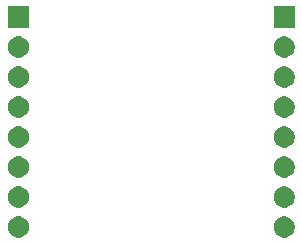
<source format=gbr>
G04 #@! TF.GenerationSoftware,KiCad,Pcbnew,5.1.5-1.fc31*
G04 #@! TF.CreationDate,2020-03-23T21:16:22-07:00*
G04 #@! TF.ProjectId,AdapterBoard,41646170-7465-4724-926f-6172642e6b69,rev?*
G04 #@! TF.SameCoordinates,Original*
G04 #@! TF.FileFunction,Soldermask,Top*
G04 #@! TF.FilePolarity,Negative*
%FSLAX46Y46*%
G04 Gerber Fmt 4.6, Leading zero omitted, Abs format (unit mm)*
G04 Created by KiCad (PCBNEW 5.1.5-1.fc31) date 2020-03-23 21:16:22*
%MOMM*%
%LPD*%
G04 APERTURE LIST*
%ADD10C,0.100000*%
G04 APERTURE END LIST*
D10*
G36*
X135113512Y-66413927D02*
G01*
X135262812Y-66443624D01*
X135426784Y-66511544D01*
X135574354Y-66610147D01*
X135699853Y-66735646D01*
X135798456Y-66883216D01*
X135866376Y-67047188D01*
X135901000Y-67221259D01*
X135901000Y-67398741D01*
X135866376Y-67572812D01*
X135798456Y-67736784D01*
X135699853Y-67884354D01*
X135574354Y-68009853D01*
X135426784Y-68108456D01*
X135262812Y-68176376D01*
X135113512Y-68206073D01*
X135088742Y-68211000D01*
X134911258Y-68211000D01*
X134886488Y-68206073D01*
X134737188Y-68176376D01*
X134573216Y-68108456D01*
X134425646Y-68009853D01*
X134300147Y-67884354D01*
X134201544Y-67736784D01*
X134133624Y-67572812D01*
X134099000Y-67398741D01*
X134099000Y-67221259D01*
X134133624Y-67047188D01*
X134201544Y-66883216D01*
X134300147Y-66735646D01*
X134425646Y-66610147D01*
X134573216Y-66511544D01*
X134737188Y-66443624D01*
X134886488Y-66413927D01*
X134911258Y-66409000D01*
X135088742Y-66409000D01*
X135113512Y-66413927D01*
G37*
G36*
X157613512Y-66413927D02*
G01*
X157762812Y-66443624D01*
X157926784Y-66511544D01*
X158074354Y-66610147D01*
X158199853Y-66735646D01*
X158298456Y-66883216D01*
X158366376Y-67047188D01*
X158401000Y-67221259D01*
X158401000Y-67398741D01*
X158366376Y-67572812D01*
X158298456Y-67736784D01*
X158199853Y-67884354D01*
X158074354Y-68009853D01*
X157926784Y-68108456D01*
X157762812Y-68176376D01*
X157613512Y-68206073D01*
X157588742Y-68211000D01*
X157411258Y-68211000D01*
X157386488Y-68206073D01*
X157237188Y-68176376D01*
X157073216Y-68108456D01*
X156925646Y-68009853D01*
X156800147Y-67884354D01*
X156701544Y-67736784D01*
X156633624Y-67572812D01*
X156599000Y-67398741D01*
X156599000Y-67221259D01*
X156633624Y-67047188D01*
X156701544Y-66883216D01*
X156800147Y-66735646D01*
X156925646Y-66610147D01*
X157073216Y-66511544D01*
X157237188Y-66443624D01*
X157386488Y-66413927D01*
X157411258Y-66409000D01*
X157588742Y-66409000D01*
X157613512Y-66413927D01*
G37*
G36*
X135113512Y-63873927D02*
G01*
X135262812Y-63903624D01*
X135426784Y-63971544D01*
X135574354Y-64070147D01*
X135699853Y-64195646D01*
X135798456Y-64343216D01*
X135866376Y-64507188D01*
X135901000Y-64681259D01*
X135901000Y-64858741D01*
X135866376Y-65032812D01*
X135798456Y-65196784D01*
X135699853Y-65344354D01*
X135574354Y-65469853D01*
X135426784Y-65568456D01*
X135262812Y-65636376D01*
X135113512Y-65666073D01*
X135088742Y-65671000D01*
X134911258Y-65671000D01*
X134886488Y-65666073D01*
X134737188Y-65636376D01*
X134573216Y-65568456D01*
X134425646Y-65469853D01*
X134300147Y-65344354D01*
X134201544Y-65196784D01*
X134133624Y-65032812D01*
X134099000Y-64858741D01*
X134099000Y-64681259D01*
X134133624Y-64507188D01*
X134201544Y-64343216D01*
X134300147Y-64195646D01*
X134425646Y-64070147D01*
X134573216Y-63971544D01*
X134737188Y-63903624D01*
X134886488Y-63873927D01*
X134911258Y-63869000D01*
X135088742Y-63869000D01*
X135113512Y-63873927D01*
G37*
G36*
X157613512Y-63873927D02*
G01*
X157762812Y-63903624D01*
X157926784Y-63971544D01*
X158074354Y-64070147D01*
X158199853Y-64195646D01*
X158298456Y-64343216D01*
X158366376Y-64507188D01*
X158401000Y-64681259D01*
X158401000Y-64858741D01*
X158366376Y-65032812D01*
X158298456Y-65196784D01*
X158199853Y-65344354D01*
X158074354Y-65469853D01*
X157926784Y-65568456D01*
X157762812Y-65636376D01*
X157613512Y-65666073D01*
X157588742Y-65671000D01*
X157411258Y-65671000D01*
X157386488Y-65666073D01*
X157237188Y-65636376D01*
X157073216Y-65568456D01*
X156925646Y-65469853D01*
X156800147Y-65344354D01*
X156701544Y-65196784D01*
X156633624Y-65032812D01*
X156599000Y-64858741D01*
X156599000Y-64681259D01*
X156633624Y-64507188D01*
X156701544Y-64343216D01*
X156800147Y-64195646D01*
X156925646Y-64070147D01*
X157073216Y-63971544D01*
X157237188Y-63903624D01*
X157386488Y-63873927D01*
X157411258Y-63869000D01*
X157588742Y-63869000D01*
X157613512Y-63873927D01*
G37*
G36*
X157613512Y-61333927D02*
G01*
X157762812Y-61363624D01*
X157926784Y-61431544D01*
X158074354Y-61530147D01*
X158199853Y-61655646D01*
X158298456Y-61803216D01*
X158366376Y-61967188D01*
X158401000Y-62141259D01*
X158401000Y-62318741D01*
X158366376Y-62492812D01*
X158298456Y-62656784D01*
X158199853Y-62804354D01*
X158074354Y-62929853D01*
X157926784Y-63028456D01*
X157762812Y-63096376D01*
X157613512Y-63126073D01*
X157588742Y-63131000D01*
X157411258Y-63131000D01*
X157386488Y-63126073D01*
X157237188Y-63096376D01*
X157073216Y-63028456D01*
X156925646Y-62929853D01*
X156800147Y-62804354D01*
X156701544Y-62656784D01*
X156633624Y-62492812D01*
X156599000Y-62318741D01*
X156599000Y-62141259D01*
X156633624Y-61967188D01*
X156701544Y-61803216D01*
X156800147Y-61655646D01*
X156925646Y-61530147D01*
X157073216Y-61431544D01*
X157237188Y-61363624D01*
X157386488Y-61333927D01*
X157411258Y-61329000D01*
X157588742Y-61329000D01*
X157613512Y-61333927D01*
G37*
G36*
X135113512Y-61333927D02*
G01*
X135262812Y-61363624D01*
X135426784Y-61431544D01*
X135574354Y-61530147D01*
X135699853Y-61655646D01*
X135798456Y-61803216D01*
X135866376Y-61967188D01*
X135901000Y-62141259D01*
X135901000Y-62318741D01*
X135866376Y-62492812D01*
X135798456Y-62656784D01*
X135699853Y-62804354D01*
X135574354Y-62929853D01*
X135426784Y-63028456D01*
X135262812Y-63096376D01*
X135113512Y-63126073D01*
X135088742Y-63131000D01*
X134911258Y-63131000D01*
X134886488Y-63126073D01*
X134737188Y-63096376D01*
X134573216Y-63028456D01*
X134425646Y-62929853D01*
X134300147Y-62804354D01*
X134201544Y-62656784D01*
X134133624Y-62492812D01*
X134099000Y-62318741D01*
X134099000Y-62141259D01*
X134133624Y-61967188D01*
X134201544Y-61803216D01*
X134300147Y-61655646D01*
X134425646Y-61530147D01*
X134573216Y-61431544D01*
X134737188Y-61363624D01*
X134886488Y-61333927D01*
X134911258Y-61329000D01*
X135088742Y-61329000D01*
X135113512Y-61333927D01*
G37*
G36*
X157613512Y-58793927D02*
G01*
X157762812Y-58823624D01*
X157926784Y-58891544D01*
X158074354Y-58990147D01*
X158199853Y-59115646D01*
X158298456Y-59263216D01*
X158366376Y-59427188D01*
X158401000Y-59601259D01*
X158401000Y-59778741D01*
X158366376Y-59952812D01*
X158298456Y-60116784D01*
X158199853Y-60264354D01*
X158074354Y-60389853D01*
X157926784Y-60488456D01*
X157762812Y-60556376D01*
X157613512Y-60586073D01*
X157588742Y-60591000D01*
X157411258Y-60591000D01*
X157386488Y-60586073D01*
X157237188Y-60556376D01*
X157073216Y-60488456D01*
X156925646Y-60389853D01*
X156800147Y-60264354D01*
X156701544Y-60116784D01*
X156633624Y-59952812D01*
X156599000Y-59778741D01*
X156599000Y-59601259D01*
X156633624Y-59427188D01*
X156701544Y-59263216D01*
X156800147Y-59115646D01*
X156925646Y-58990147D01*
X157073216Y-58891544D01*
X157237188Y-58823624D01*
X157386488Y-58793927D01*
X157411258Y-58789000D01*
X157588742Y-58789000D01*
X157613512Y-58793927D01*
G37*
G36*
X135113512Y-58793927D02*
G01*
X135262812Y-58823624D01*
X135426784Y-58891544D01*
X135574354Y-58990147D01*
X135699853Y-59115646D01*
X135798456Y-59263216D01*
X135866376Y-59427188D01*
X135901000Y-59601259D01*
X135901000Y-59778741D01*
X135866376Y-59952812D01*
X135798456Y-60116784D01*
X135699853Y-60264354D01*
X135574354Y-60389853D01*
X135426784Y-60488456D01*
X135262812Y-60556376D01*
X135113512Y-60586073D01*
X135088742Y-60591000D01*
X134911258Y-60591000D01*
X134886488Y-60586073D01*
X134737188Y-60556376D01*
X134573216Y-60488456D01*
X134425646Y-60389853D01*
X134300147Y-60264354D01*
X134201544Y-60116784D01*
X134133624Y-59952812D01*
X134099000Y-59778741D01*
X134099000Y-59601259D01*
X134133624Y-59427188D01*
X134201544Y-59263216D01*
X134300147Y-59115646D01*
X134425646Y-58990147D01*
X134573216Y-58891544D01*
X134737188Y-58823624D01*
X134886488Y-58793927D01*
X134911258Y-58789000D01*
X135088742Y-58789000D01*
X135113512Y-58793927D01*
G37*
G36*
X135113512Y-56253927D02*
G01*
X135262812Y-56283624D01*
X135426784Y-56351544D01*
X135574354Y-56450147D01*
X135699853Y-56575646D01*
X135798456Y-56723216D01*
X135866376Y-56887188D01*
X135901000Y-57061259D01*
X135901000Y-57238741D01*
X135866376Y-57412812D01*
X135798456Y-57576784D01*
X135699853Y-57724354D01*
X135574354Y-57849853D01*
X135426784Y-57948456D01*
X135262812Y-58016376D01*
X135113512Y-58046073D01*
X135088742Y-58051000D01*
X134911258Y-58051000D01*
X134886488Y-58046073D01*
X134737188Y-58016376D01*
X134573216Y-57948456D01*
X134425646Y-57849853D01*
X134300147Y-57724354D01*
X134201544Y-57576784D01*
X134133624Y-57412812D01*
X134099000Y-57238741D01*
X134099000Y-57061259D01*
X134133624Y-56887188D01*
X134201544Y-56723216D01*
X134300147Y-56575646D01*
X134425646Y-56450147D01*
X134573216Y-56351544D01*
X134737188Y-56283624D01*
X134886488Y-56253927D01*
X134911258Y-56249000D01*
X135088742Y-56249000D01*
X135113512Y-56253927D01*
G37*
G36*
X157613512Y-56253927D02*
G01*
X157762812Y-56283624D01*
X157926784Y-56351544D01*
X158074354Y-56450147D01*
X158199853Y-56575646D01*
X158298456Y-56723216D01*
X158366376Y-56887188D01*
X158401000Y-57061259D01*
X158401000Y-57238741D01*
X158366376Y-57412812D01*
X158298456Y-57576784D01*
X158199853Y-57724354D01*
X158074354Y-57849853D01*
X157926784Y-57948456D01*
X157762812Y-58016376D01*
X157613512Y-58046073D01*
X157588742Y-58051000D01*
X157411258Y-58051000D01*
X157386488Y-58046073D01*
X157237188Y-58016376D01*
X157073216Y-57948456D01*
X156925646Y-57849853D01*
X156800147Y-57724354D01*
X156701544Y-57576784D01*
X156633624Y-57412812D01*
X156599000Y-57238741D01*
X156599000Y-57061259D01*
X156633624Y-56887188D01*
X156701544Y-56723216D01*
X156800147Y-56575646D01*
X156925646Y-56450147D01*
X157073216Y-56351544D01*
X157237188Y-56283624D01*
X157386488Y-56253927D01*
X157411258Y-56249000D01*
X157588742Y-56249000D01*
X157613512Y-56253927D01*
G37*
G36*
X135113512Y-53713927D02*
G01*
X135262812Y-53743624D01*
X135426784Y-53811544D01*
X135574354Y-53910147D01*
X135699853Y-54035646D01*
X135798456Y-54183216D01*
X135866376Y-54347188D01*
X135901000Y-54521259D01*
X135901000Y-54698741D01*
X135866376Y-54872812D01*
X135798456Y-55036784D01*
X135699853Y-55184354D01*
X135574354Y-55309853D01*
X135426784Y-55408456D01*
X135262812Y-55476376D01*
X135113512Y-55506073D01*
X135088742Y-55511000D01*
X134911258Y-55511000D01*
X134886488Y-55506073D01*
X134737188Y-55476376D01*
X134573216Y-55408456D01*
X134425646Y-55309853D01*
X134300147Y-55184354D01*
X134201544Y-55036784D01*
X134133624Y-54872812D01*
X134099000Y-54698741D01*
X134099000Y-54521259D01*
X134133624Y-54347188D01*
X134201544Y-54183216D01*
X134300147Y-54035646D01*
X134425646Y-53910147D01*
X134573216Y-53811544D01*
X134737188Y-53743624D01*
X134886488Y-53713927D01*
X134911258Y-53709000D01*
X135088742Y-53709000D01*
X135113512Y-53713927D01*
G37*
G36*
X157613512Y-53713927D02*
G01*
X157762812Y-53743624D01*
X157926784Y-53811544D01*
X158074354Y-53910147D01*
X158199853Y-54035646D01*
X158298456Y-54183216D01*
X158366376Y-54347188D01*
X158401000Y-54521259D01*
X158401000Y-54698741D01*
X158366376Y-54872812D01*
X158298456Y-55036784D01*
X158199853Y-55184354D01*
X158074354Y-55309853D01*
X157926784Y-55408456D01*
X157762812Y-55476376D01*
X157613512Y-55506073D01*
X157588742Y-55511000D01*
X157411258Y-55511000D01*
X157386488Y-55506073D01*
X157237188Y-55476376D01*
X157073216Y-55408456D01*
X156925646Y-55309853D01*
X156800147Y-55184354D01*
X156701544Y-55036784D01*
X156633624Y-54872812D01*
X156599000Y-54698741D01*
X156599000Y-54521259D01*
X156633624Y-54347188D01*
X156701544Y-54183216D01*
X156800147Y-54035646D01*
X156925646Y-53910147D01*
X157073216Y-53811544D01*
X157237188Y-53743624D01*
X157386488Y-53713927D01*
X157411258Y-53709000D01*
X157588742Y-53709000D01*
X157613512Y-53713927D01*
G37*
G36*
X157613512Y-51173927D02*
G01*
X157762812Y-51203624D01*
X157926784Y-51271544D01*
X158074354Y-51370147D01*
X158199853Y-51495646D01*
X158298456Y-51643216D01*
X158366376Y-51807188D01*
X158401000Y-51981259D01*
X158401000Y-52158741D01*
X158366376Y-52332812D01*
X158298456Y-52496784D01*
X158199853Y-52644354D01*
X158074354Y-52769853D01*
X157926784Y-52868456D01*
X157762812Y-52936376D01*
X157613512Y-52966073D01*
X157588742Y-52971000D01*
X157411258Y-52971000D01*
X157386488Y-52966073D01*
X157237188Y-52936376D01*
X157073216Y-52868456D01*
X156925646Y-52769853D01*
X156800147Y-52644354D01*
X156701544Y-52496784D01*
X156633624Y-52332812D01*
X156599000Y-52158741D01*
X156599000Y-51981259D01*
X156633624Y-51807188D01*
X156701544Y-51643216D01*
X156800147Y-51495646D01*
X156925646Y-51370147D01*
X157073216Y-51271544D01*
X157237188Y-51203624D01*
X157386488Y-51173927D01*
X157411258Y-51169000D01*
X157588742Y-51169000D01*
X157613512Y-51173927D01*
G37*
G36*
X135113512Y-51173927D02*
G01*
X135262812Y-51203624D01*
X135426784Y-51271544D01*
X135574354Y-51370147D01*
X135699853Y-51495646D01*
X135798456Y-51643216D01*
X135866376Y-51807188D01*
X135901000Y-51981259D01*
X135901000Y-52158741D01*
X135866376Y-52332812D01*
X135798456Y-52496784D01*
X135699853Y-52644354D01*
X135574354Y-52769853D01*
X135426784Y-52868456D01*
X135262812Y-52936376D01*
X135113512Y-52966073D01*
X135088742Y-52971000D01*
X134911258Y-52971000D01*
X134886488Y-52966073D01*
X134737188Y-52936376D01*
X134573216Y-52868456D01*
X134425646Y-52769853D01*
X134300147Y-52644354D01*
X134201544Y-52496784D01*
X134133624Y-52332812D01*
X134099000Y-52158741D01*
X134099000Y-51981259D01*
X134133624Y-51807188D01*
X134201544Y-51643216D01*
X134300147Y-51495646D01*
X134425646Y-51370147D01*
X134573216Y-51271544D01*
X134737188Y-51203624D01*
X134886488Y-51173927D01*
X134911258Y-51169000D01*
X135088742Y-51169000D01*
X135113512Y-51173927D01*
G37*
G36*
X158401000Y-50431000D02*
G01*
X156599000Y-50431000D01*
X156599000Y-48629000D01*
X158401000Y-48629000D01*
X158401000Y-50431000D01*
G37*
G36*
X135901000Y-50431000D02*
G01*
X134099000Y-50431000D01*
X134099000Y-48629000D01*
X135901000Y-48629000D01*
X135901000Y-50431000D01*
G37*
M02*

</source>
